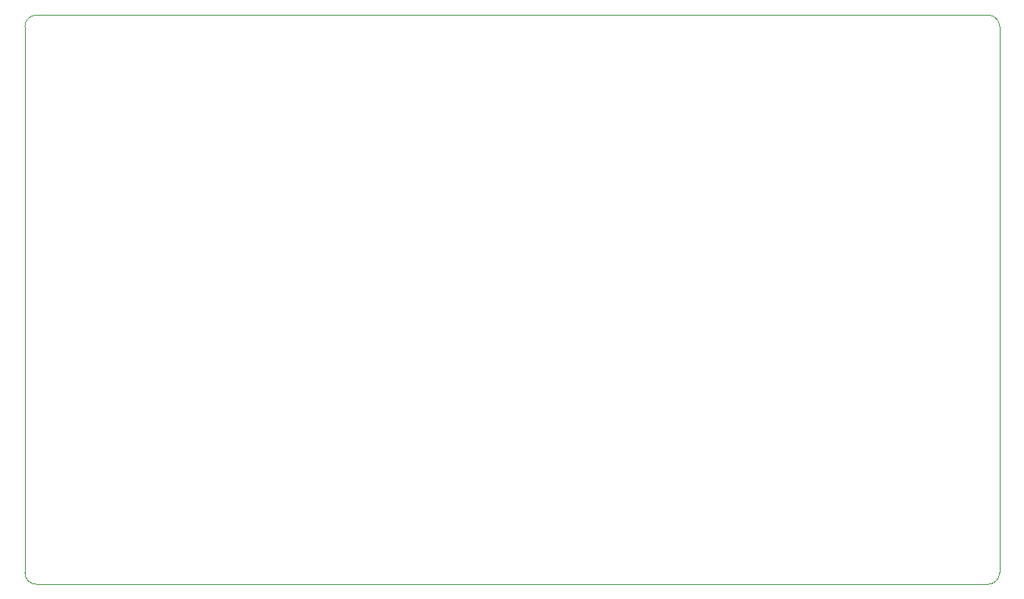
<source format=gbr>
%TF.GenerationSoftware,KiCad,Pcbnew,(6.0.11)*%
%TF.CreationDate,2023-03-20T13:43:10+01:00*%
%TF.ProjectId,Triggerbox_Deluxe,54726967-6765-4726-926f-785f44656c75,rev?*%
%TF.SameCoordinates,Original*%
%TF.FileFunction,Profile,NP*%
%FSLAX46Y46*%
G04 Gerber Fmt 4.6, Leading zero omitted, Abs format (unit mm)*
G04 Created by KiCad (PCBNEW (6.0.11)) date 2023-03-20 13:43:10*
%MOMM*%
%LPD*%
G01*
G04 APERTURE LIST*
%TA.AperFunction,Profile*%
%ADD10C,0.100000*%
%TD*%
G04 APERTURE END LIST*
D10*
X146303974Y-68072026D02*
G75*
G03*
X145034000Y-66802026I-1269974J26D01*
G01*
X146304000Y-68072026D02*
X146304000Y-127254000D01*
X41910000Y-66802000D02*
G75*
G03*
X40640000Y-68072000I-40J-1269960D01*
G01*
X145034000Y-128524000D02*
G75*
G03*
X146304000Y-127254000I0J1270000D01*
G01*
X145034000Y-128524000D02*
X41910000Y-128524000D01*
X40640000Y-127254000D02*
X40640000Y-68072000D01*
X40640000Y-127254000D02*
G75*
G03*
X41910000Y-128524000I1270000J0D01*
G01*
X145034000Y-66802026D02*
X41910000Y-66802000D01*
M02*

</source>
